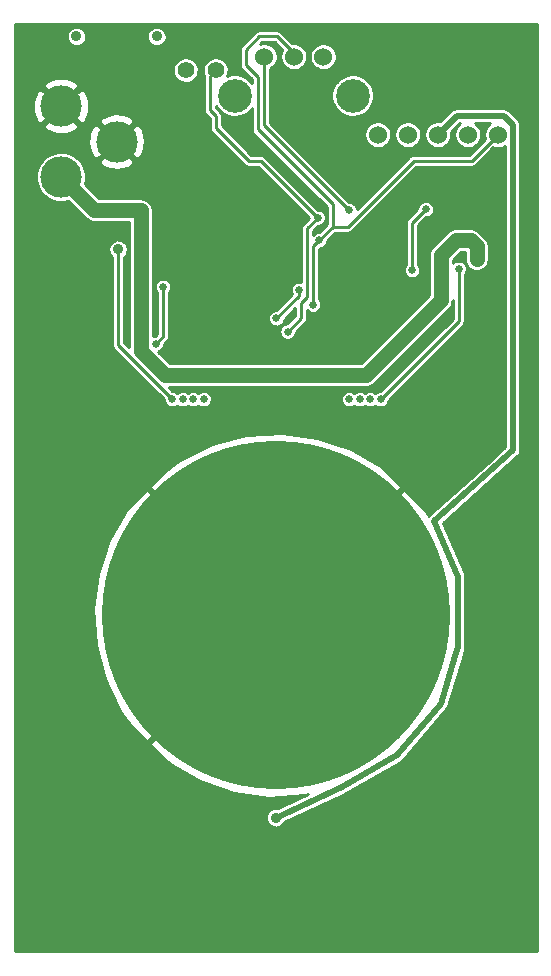
<source format=gbl>
G04 (created by PCBNEW (2013-07-07 BZR 4022)-stable) date 1/16/2014 12:37:25 PM*
%MOIN*%
G04 Gerber Fmt 3.4, Leading zero omitted, Abs format*
%FSLAX34Y34*%
G01*
G70*
G90*
G04 APERTURE LIST*
%ADD10C,0.006*%
%ADD11C,0.06*%
%ADD12C,0.056*%
%ADD13C,0.137795*%
%ADD14C,1.16*%
%ADD15C,0.0354331*%
%ADD16C,0.112*%
%ADD17C,0.4*%
%ADD18C,0.025*%
%ADD19C,0.035*%
%ADD20C,0.05*%
%ADD21C,0.01*%
%ADD22C,0.02*%
G04 APERTURE END LIST*
G54D10*
G54D11*
X17400Y27520D03*
X16400Y27520D03*
X15400Y27520D03*
X14400Y27520D03*
X13400Y27520D03*
X12400Y27520D03*
G54D12*
X7000Y29670D03*
X6000Y29670D03*
G54D13*
X1849Y26108D03*
X1849Y28471D03*
X3700Y27290D03*
G54D14*
X9000Y11500D03*
G54D15*
X2361Y30792D03*
X5038Y30792D03*
G54D11*
X10585Y30120D03*
X9600Y30120D03*
X8615Y30120D03*
G54D16*
X11570Y28820D03*
X7630Y28820D03*
G54D17*
X4000Y2250D03*
X14000Y2250D03*
G54D18*
X15702Y23363D03*
X10400Y24750D03*
X9400Y20950D03*
G54D19*
X9000Y4750D03*
G54D18*
X10250Y21850D03*
X10450Y24000D03*
X11450Y25000D03*
X12150Y18700D03*
X11800Y18700D03*
X12500Y18700D03*
X15100Y23050D03*
X11450Y18700D03*
X6250Y18700D03*
X5900Y18700D03*
G54D19*
X3750Y23700D03*
G54D18*
X6600Y18700D03*
X5550Y18700D03*
X7350Y21600D03*
X7000Y21250D03*
X6650Y21600D03*
X7000Y21900D03*
X12000Y24450D03*
X12000Y23800D03*
X12350Y24150D03*
X11650Y24150D03*
X12690Y17928D03*
X12495Y17553D03*
X12279Y17172D03*
X16428Y11483D03*
X16011Y11486D03*
X15573Y11492D03*
X12699Y5080D03*
X12300Y5803D03*
X12492Y5443D03*
X5289Y5065D03*
X5697Y5785D03*
X5499Y5437D03*
X2009Y11496D03*
X1585Y11496D03*
X2435Y11494D03*
X5304Y17877D03*
X5500Y17560D03*
X5682Y17247D03*
X11577Y25676D03*
X12000Y24140D03*
X9227Y23372D03*
X9025Y20450D03*
X7002Y21580D03*
X9025Y22350D03*
X9850Y25800D03*
G54D19*
X9500Y4250D03*
X8500Y5250D03*
G54D18*
X14002Y25036D03*
X13550Y23000D03*
X5002Y20547D03*
X5250Y22450D03*
X9025Y21400D03*
X9775Y22350D03*
G54D20*
X1849Y26108D02*
X2958Y25000D01*
X15702Y23798D02*
X15702Y23363D01*
X15500Y24000D02*
X15702Y23798D01*
X15000Y24000D02*
X15500Y24000D01*
X14500Y23500D02*
X15000Y24000D01*
X14500Y22000D02*
X14500Y23500D01*
X12000Y19500D02*
X14500Y22000D01*
X5300Y19500D02*
X12000Y19500D01*
X4500Y20300D02*
X5300Y19500D01*
X4500Y25000D02*
X4500Y20300D01*
X2958Y25000D02*
X4500Y25000D01*
G54D21*
X15702Y23363D02*
X15715Y23350D01*
X7000Y27900D02*
X7000Y28150D01*
X6800Y29470D02*
X7000Y29670D01*
X6800Y28350D02*
X6800Y29470D01*
X7000Y28150D02*
X6800Y28350D01*
X8500Y26650D02*
X10400Y24750D01*
X8100Y26650D02*
X8500Y26650D01*
X7000Y27750D02*
X8100Y26650D01*
X7000Y27950D02*
X7000Y27900D01*
X7000Y27900D02*
X7000Y27750D01*
X10050Y24400D02*
X10400Y24750D01*
X10050Y22100D02*
X10050Y24400D01*
X9850Y21900D02*
X10050Y22100D01*
X9850Y21400D02*
X9850Y21900D01*
X9400Y20950D02*
X9850Y21400D01*
G54D22*
X16900Y16994D02*
X16900Y27850D01*
X14295Y14650D02*
X16900Y16994D01*
X15068Y12783D02*
X14295Y14650D01*
X15068Y12783D02*
X15068Y12810D01*
X15030Y28150D02*
X16600Y28150D01*
X16600Y28150D02*
X16900Y27850D01*
X15030Y28150D02*
X14400Y27520D01*
X9000Y4750D02*
X11202Y5774D01*
X15069Y12516D02*
X15068Y12783D01*
X15069Y10443D02*
X15069Y12516D01*
X14992Y10149D02*
X15069Y10443D01*
X14502Y8539D02*
X14992Y10149D01*
X13050Y6838D02*
X14502Y8539D01*
X11202Y5774D02*
X13050Y6838D01*
G54D21*
X8400Y27700D02*
X10900Y25200D01*
X10900Y24450D02*
X11400Y24450D01*
X15530Y26650D02*
X16400Y27520D01*
X13600Y26650D02*
X15530Y26650D01*
X11400Y24450D02*
X13600Y26650D01*
X9600Y30120D02*
X9600Y30250D01*
X10900Y24450D02*
X10450Y24000D01*
X10900Y25200D02*
X10900Y24450D01*
X8400Y29450D02*
X8400Y27700D01*
X8000Y29850D02*
X8400Y29450D01*
X8000Y30350D02*
X8000Y29850D01*
X8450Y30800D02*
X8000Y30350D01*
X9050Y30800D02*
X8450Y30800D01*
X9600Y30250D02*
X9050Y30800D01*
X10250Y21850D02*
X10250Y22300D01*
X10250Y23800D02*
X10250Y22300D01*
X10450Y24000D02*
X10250Y23800D01*
X8615Y27835D02*
X11450Y25000D01*
X8615Y30120D02*
X8615Y27835D01*
X15100Y21300D02*
X12500Y18700D01*
X15100Y23050D02*
X15100Y21300D01*
X3750Y23700D02*
X3750Y20500D01*
X3750Y20500D02*
X5550Y18700D01*
X12000Y24140D02*
X12000Y24150D01*
X13550Y24584D02*
X13550Y23000D01*
X14002Y25036D02*
X13550Y24584D01*
X5250Y22450D02*
X5250Y20795D01*
X5250Y20795D02*
X5002Y20547D01*
X9775Y22150D02*
X9775Y22350D01*
X9025Y21400D02*
X9775Y22150D01*
G54D10*
G36*
X10700Y24532D02*
X10442Y24275D01*
X10424Y24275D01*
X10371Y24265D01*
X10321Y24244D01*
X10276Y24215D01*
X10250Y24189D01*
X10250Y24317D01*
X10407Y24474D01*
X10421Y24474D01*
X10474Y24483D01*
X10524Y24503D01*
X10570Y24532D01*
X10609Y24569D01*
X10640Y24613D01*
X10662Y24662D01*
X10674Y24715D01*
X10675Y24776D01*
X10664Y24829D01*
X10643Y24879D01*
X10614Y24924D01*
X10576Y24962D01*
X10531Y24993D01*
X10481Y25013D01*
X10428Y25024D01*
X10407Y25024D01*
X8641Y26791D01*
X8627Y26803D01*
X8612Y26815D01*
X8612Y26815D01*
X8611Y26816D01*
X8594Y26824D01*
X8578Y26833D01*
X8577Y26834D01*
X8576Y26834D01*
X8559Y26840D01*
X8541Y26845D01*
X8540Y26845D01*
X8539Y26846D01*
X8521Y26847D01*
X8502Y26849D01*
X8500Y26849D01*
X8500Y26849D01*
X8500Y26849D01*
X8500Y26850D01*
X8182Y26850D01*
X7200Y27832D01*
X7200Y27900D01*
X7200Y27950D01*
X7200Y28150D01*
X7198Y28168D01*
X7196Y28186D01*
X7196Y28187D01*
X7196Y28188D01*
X7190Y28206D01*
X7185Y28224D01*
X7185Y28225D01*
X7184Y28226D01*
X7176Y28242D01*
X7167Y28258D01*
X7167Y28259D01*
X7166Y28260D01*
X7154Y28275D01*
X7143Y28289D01*
X7141Y28290D01*
X7141Y28290D01*
X7141Y28290D01*
X7141Y28291D01*
X7000Y28432D01*
X7000Y28486D01*
X7070Y28376D01*
X7167Y28276D01*
X7281Y28197D01*
X7409Y28141D01*
X7545Y28111D01*
X7684Y28108D01*
X7821Y28132D01*
X7951Y28183D01*
X8069Y28257D01*
X8170Y28353D01*
X8200Y28396D01*
X8200Y27700D01*
X8201Y27681D01*
X8203Y27663D01*
X8203Y27662D01*
X8203Y27661D01*
X8209Y27643D01*
X8214Y27625D01*
X8214Y27624D01*
X8215Y27623D01*
X8223Y27607D01*
X8232Y27591D01*
X8232Y27590D01*
X8233Y27589D01*
X8245Y27574D01*
X8256Y27560D01*
X8258Y27559D01*
X8258Y27559D01*
X8258Y27559D01*
X8258Y27558D01*
X10700Y25117D01*
X10700Y24532D01*
X10700Y24532D01*
G37*
G54D21*
X10700Y24532D02*
X10442Y24275D01*
X10424Y24275D01*
X10371Y24265D01*
X10321Y24244D01*
X10276Y24215D01*
X10250Y24189D01*
X10250Y24317D01*
X10407Y24474D01*
X10421Y24474D01*
X10474Y24483D01*
X10524Y24503D01*
X10570Y24532D01*
X10609Y24569D01*
X10640Y24613D01*
X10662Y24662D01*
X10674Y24715D01*
X10675Y24776D01*
X10664Y24829D01*
X10643Y24879D01*
X10614Y24924D01*
X10576Y24962D01*
X10531Y24993D01*
X10481Y25013D01*
X10428Y25024D01*
X10407Y25024D01*
X8641Y26791D01*
X8627Y26803D01*
X8612Y26815D01*
X8612Y26815D01*
X8611Y26816D01*
X8594Y26824D01*
X8578Y26833D01*
X8577Y26834D01*
X8576Y26834D01*
X8559Y26840D01*
X8541Y26845D01*
X8540Y26845D01*
X8539Y26846D01*
X8521Y26847D01*
X8502Y26849D01*
X8500Y26849D01*
X8500Y26849D01*
X8500Y26849D01*
X8500Y26850D01*
X8182Y26850D01*
X7200Y27832D01*
X7200Y27900D01*
X7200Y27950D01*
X7200Y28150D01*
X7198Y28168D01*
X7196Y28186D01*
X7196Y28187D01*
X7196Y28188D01*
X7190Y28206D01*
X7185Y28224D01*
X7185Y28225D01*
X7184Y28226D01*
X7176Y28242D01*
X7167Y28258D01*
X7167Y28259D01*
X7166Y28260D01*
X7154Y28275D01*
X7143Y28289D01*
X7141Y28290D01*
X7141Y28290D01*
X7141Y28290D01*
X7141Y28291D01*
X7000Y28432D01*
X7000Y28486D01*
X7070Y28376D01*
X7167Y28276D01*
X7281Y28197D01*
X7409Y28141D01*
X7545Y28111D01*
X7684Y28108D01*
X7821Y28132D01*
X7951Y28183D01*
X8069Y28257D01*
X8170Y28353D01*
X8200Y28396D01*
X8200Y27700D01*
X8201Y27681D01*
X8203Y27663D01*
X8203Y27662D01*
X8203Y27661D01*
X8209Y27643D01*
X8214Y27625D01*
X8214Y27624D01*
X8215Y27623D01*
X8223Y27607D01*
X8232Y27591D01*
X8232Y27590D01*
X8233Y27589D01*
X8245Y27574D01*
X8256Y27560D01*
X8258Y27559D01*
X8258Y27559D01*
X8258Y27559D01*
X8258Y27558D01*
X10700Y25117D01*
X10700Y24532D01*
G54D10*
G36*
X17700Y300D02*
X17150Y300D01*
X17150Y16994D01*
X17150Y27850D01*
X17147Y27873D01*
X17145Y27895D01*
X17145Y27897D01*
X17145Y27898D01*
X17138Y27920D01*
X17132Y27942D01*
X17131Y27944D01*
X17131Y27945D01*
X17120Y27965D01*
X17109Y27986D01*
X17108Y27987D01*
X17108Y27988D01*
X17093Y28006D01*
X17079Y28024D01*
X17077Y28026D01*
X17077Y28026D01*
X17077Y28026D01*
X17076Y28026D01*
X16776Y28326D01*
X16758Y28341D01*
X16741Y28356D01*
X16740Y28356D01*
X16739Y28357D01*
X16718Y28368D01*
X16698Y28379D01*
X16697Y28380D01*
X16696Y28380D01*
X16673Y28387D01*
X16651Y28394D01*
X16650Y28394D01*
X16649Y28395D01*
X16626Y28397D01*
X16603Y28399D01*
X16600Y28399D01*
X16600Y28399D01*
X16600Y28399D01*
X16600Y28400D01*
X15030Y28400D01*
X15006Y28397D01*
X14984Y28395D01*
X14982Y28395D01*
X14981Y28395D01*
X14959Y28388D01*
X14937Y28382D01*
X14935Y28381D01*
X14934Y28381D01*
X14914Y28370D01*
X14893Y28359D01*
X14892Y28358D01*
X14891Y28358D01*
X14873Y28343D01*
X14855Y28329D01*
X14853Y28327D01*
X14853Y28327D01*
X14853Y28327D01*
X14853Y28326D01*
X14487Y27961D01*
X14447Y27969D01*
X14359Y27970D01*
X14272Y27953D01*
X14190Y27920D01*
X14116Y27872D01*
X14053Y27810D01*
X14003Y27737D01*
X13968Y27656D01*
X13950Y27570D01*
X13949Y27482D01*
X13965Y27395D01*
X13997Y27313D01*
X14045Y27239D01*
X14106Y27175D01*
X14179Y27125D01*
X14260Y27089D01*
X14346Y27071D01*
X14434Y27069D01*
X14521Y27084D01*
X14603Y27116D01*
X14678Y27163D01*
X14742Y27224D01*
X14793Y27296D01*
X14829Y27377D01*
X14848Y27463D01*
X14850Y27564D01*
X14841Y27607D01*
X15133Y27900D01*
X15158Y27900D01*
X15116Y27872D01*
X15053Y27810D01*
X15003Y27737D01*
X14968Y27656D01*
X14950Y27570D01*
X14949Y27482D01*
X14965Y27395D01*
X14997Y27313D01*
X15045Y27239D01*
X15106Y27175D01*
X15179Y27125D01*
X15260Y27089D01*
X15346Y27071D01*
X15434Y27069D01*
X15521Y27084D01*
X15603Y27116D01*
X15678Y27163D01*
X15742Y27224D01*
X15793Y27296D01*
X15829Y27377D01*
X15848Y27463D01*
X15850Y27564D01*
X15832Y27650D01*
X15799Y27732D01*
X15750Y27805D01*
X15688Y27868D01*
X15641Y27900D01*
X16158Y27900D01*
X16116Y27872D01*
X16053Y27810D01*
X16003Y27737D01*
X15968Y27656D01*
X15950Y27570D01*
X15949Y27482D01*
X15965Y27395D01*
X15973Y27375D01*
X15447Y26850D01*
X13850Y26850D01*
X13850Y27564D01*
X13832Y27650D01*
X13799Y27732D01*
X13750Y27805D01*
X13688Y27868D01*
X13615Y27917D01*
X13533Y27951D01*
X13447Y27969D01*
X13359Y27970D01*
X13272Y27953D01*
X13190Y27920D01*
X13116Y27872D01*
X13053Y27810D01*
X13003Y27737D01*
X12968Y27656D01*
X12950Y27570D01*
X12949Y27482D01*
X12965Y27395D01*
X12997Y27313D01*
X13045Y27239D01*
X13106Y27175D01*
X13179Y27125D01*
X13260Y27089D01*
X13346Y27071D01*
X13434Y27069D01*
X13521Y27084D01*
X13603Y27116D01*
X13678Y27163D01*
X13742Y27224D01*
X13793Y27296D01*
X13829Y27377D01*
X13848Y27463D01*
X13850Y27564D01*
X13850Y26850D01*
X13600Y26850D01*
X13581Y26848D01*
X13563Y26846D01*
X13562Y26846D01*
X13561Y26846D01*
X13543Y26840D01*
X13525Y26835D01*
X13524Y26835D01*
X13523Y26834D01*
X13507Y26826D01*
X13491Y26817D01*
X13490Y26817D01*
X13489Y26816D01*
X13474Y26804D01*
X13460Y26793D01*
X13459Y26791D01*
X13459Y26791D01*
X13459Y26791D01*
X13458Y26791D01*
X12850Y26182D01*
X12850Y27564D01*
X12832Y27650D01*
X12799Y27732D01*
X12750Y27805D01*
X12688Y27868D01*
X12615Y27917D01*
X12533Y27951D01*
X12447Y27969D01*
X12359Y27970D01*
X12280Y27955D01*
X12280Y28889D01*
X12252Y29026D01*
X12199Y29154D01*
X12122Y29270D01*
X12024Y29369D01*
X11909Y29447D01*
X11780Y29501D01*
X11644Y29529D01*
X11505Y29530D01*
X11368Y29504D01*
X11239Y29452D01*
X11122Y29376D01*
X11035Y29289D01*
X11035Y30164D01*
X11017Y30250D01*
X10984Y30332D01*
X10935Y30405D01*
X10873Y30468D01*
X10800Y30517D01*
X10718Y30551D01*
X10632Y30569D01*
X10544Y30570D01*
X10457Y30553D01*
X10375Y30520D01*
X10301Y30472D01*
X10238Y30410D01*
X10188Y30337D01*
X10153Y30256D01*
X10135Y30170D01*
X10134Y30082D01*
X10150Y29995D01*
X10182Y29913D01*
X10230Y29839D01*
X10291Y29775D01*
X10364Y29725D01*
X10445Y29689D01*
X10531Y29671D01*
X10619Y29669D01*
X10706Y29684D01*
X10788Y29716D01*
X10863Y29763D01*
X10927Y29824D01*
X10978Y29896D01*
X11014Y29977D01*
X11033Y30063D01*
X11035Y30164D01*
X11035Y29289D01*
X11023Y29278D01*
X10944Y29163D01*
X10889Y29035D01*
X10861Y28899D01*
X10859Y28760D01*
X10884Y28623D01*
X10935Y28493D01*
X11010Y28376D01*
X11107Y28276D01*
X11221Y28197D01*
X11349Y28141D01*
X11485Y28111D01*
X11624Y28108D01*
X11761Y28132D01*
X11891Y28183D01*
X12009Y28257D01*
X12110Y28353D01*
X12190Y28467D01*
X12246Y28594D01*
X12277Y28730D01*
X12280Y28889D01*
X12280Y27955D01*
X12272Y27953D01*
X12190Y27920D01*
X12116Y27872D01*
X12053Y27810D01*
X12003Y27737D01*
X11968Y27656D01*
X11950Y27570D01*
X11949Y27482D01*
X11965Y27395D01*
X11997Y27313D01*
X12045Y27239D01*
X12106Y27175D01*
X12179Y27125D01*
X12260Y27089D01*
X12346Y27071D01*
X12434Y27069D01*
X12521Y27084D01*
X12603Y27116D01*
X12678Y27163D01*
X12742Y27224D01*
X12793Y27296D01*
X12829Y27377D01*
X12848Y27463D01*
X12850Y27564D01*
X12850Y26182D01*
X11719Y25052D01*
X11714Y25079D01*
X11693Y25129D01*
X11664Y25174D01*
X11626Y25212D01*
X11581Y25243D01*
X11531Y25263D01*
X11478Y25274D01*
X11457Y25274D01*
X8815Y27917D01*
X8815Y29714D01*
X8818Y29716D01*
X8893Y29763D01*
X8957Y29824D01*
X9008Y29896D01*
X9044Y29977D01*
X9063Y30063D01*
X9065Y30164D01*
X9047Y30250D01*
X9014Y30332D01*
X8965Y30405D01*
X8903Y30468D01*
X8830Y30517D01*
X8748Y30551D01*
X8662Y30569D01*
X8574Y30570D01*
X8487Y30553D01*
X8486Y30553D01*
X8532Y30600D01*
X8967Y30600D01*
X9214Y30353D01*
X9203Y30337D01*
X9168Y30256D01*
X9150Y30170D01*
X9149Y30082D01*
X9165Y29995D01*
X9197Y29913D01*
X9245Y29839D01*
X9306Y29775D01*
X9379Y29725D01*
X9460Y29689D01*
X9546Y29671D01*
X9634Y29669D01*
X9721Y29684D01*
X9803Y29716D01*
X9878Y29763D01*
X9942Y29824D01*
X9993Y29896D01*
X10029Y29977D01*
X10048Y30063D01*
X10050Y30164D01*
X10032Y30250D01*
X9999Y30332D01*
X9950Y30405D01*
X9888Y30468D01*
X9815Y30517D01*
X9733Y30551D01*
X9647Y30569D01*
X9562Y30570D01*
X9191Y30941D01*
X9177Y30953D01*
X9162Y30965D01*
X9162Y30965D01*
X9161Y30966D01*
X9144Y30974D01*
X9128Y30983D01*
X9127Y30984D01*
X9126Y30984D01*
X9109Y30990D01*
X9091Y30995D01*
X9090Y30995D01*
X9089Y30996D01*
X9071Y30997D01*
X9052Y30999D01*
X9050Y30999D01*
X9050Y30999D01*
X9050Y30999D01*
X9050Y31000D01*
X8450Y31000D01*
X8431Y30998D01*
X8413Y30996D01*
X8412Y30996D01*
X8411Y30996D01*
X8393Y30990D01*
X8375Y30985D01*
X8374Y30985D01*
X8373Y30984D01*
X8357Y30976D01*
X8341Y30967D01*
X8340Y30967D01*
X8339Y30966D01*
X8324Y30954D01*
X8310Y30943D01*
X8309Y30941D01*
X8309Y30941D01*
X8309Y30941D01*
X8308Y30941D01*
X7858Y30491D01*
X7846Y30477D01*
X7834Y30462D01*
X7834Y30462D01*
X7833Y30461D01*
X7825Y30444D01*
X7816Y30428D01*
X7815Y30427D01*
X7815Y30426D01*
X7809Y30409D01*
X7804Y30391D01*
X7804Y30390D01*
X7803Y30389D01*
X7802Y30371D01*
X7800Y30352D01*
X7800Y30350D01*
X7800Y30350D01*
X7800Y30350D01*
X7800Y30350D01*
X7800Y29850D01*
X7801Y29831D01*
X7803Y29813D01*
X7803Y29812D01*
X7803Y29811D01*
X7809Y29793D01*
X7814Y29775D01*
X7814Y29774D01*
X7815Y29773D01*
X7823Y29757D01*
X7832Y29741D01*
X7832Y29740D01*
X7833Y29739D01*
X7845Y29724D01*
X7856Y29710D01*
X7858Y29709D01*
X7858Y29709D01*
X7858Y29709D01*
X7858Y29708D01*
X8200Y29367D01*
X8200Y29245D01*
X8182Y29270D01*
X8084Y29369D01*
X7969Y29447D01*
X7840Y29501D01*
X7704Y29529D01*
X7565Y29530D01*
X7428Y29504D01*
X7390Y29488D01*
X7409Y29533D01*
X7428Y29615D01*
X7430Y29712D01*
X7413Y29794D01*
X7381Y29872D01*
X7334Y29943D01*
X7275Y30002D01*
X7205Y30050D01*
X7127Y30082D01*
X7045Y30099D01*
X6960Y30100D01*
X6878Y30084D01*
X6799Y30052D01*
X6729Y30006D01*
X6669Y29947D01*
X6621Y29878D01*
X6588Y29800D01*
X6570Y29718D01*
X6569Y29633D01*
X6584Y29550D01*
X6603Y29503D01*
X6602Y29491D01*
X6600Y29472D01*
X6600Y29470D01*
X6600Y29470D01*
X6600Y29470D01*
X6600Y29470D01*
X6600Y28350D01*
X6601Y28331D01*
X6603Y28313D01*
X6603Y28312D01*
X6603Y28311D01*
X6609Y28293D01*
X6614Y28275D01*
X6614Y28274D01*
X6615Y28273D01*
X6623Y28257D01*
X6632Y28241D01*
X6632Y28240D01*
X6633Y28239D01*
X6645Y28224D01*
X6656Y28210D01*
X6658Y28209D01*
X6658Y28209D01*
X6658Y28209D01*
X6658Y28208D01*
X6800Y28067D01*
X6800Y27950D01*
X6800Y27900D01*
X6800Y27750D01*
X6801Y27731D01*
X6803Y27713D01*
X6803Y27712D01*
X6803Y27711D01*
X6809Y27693D01*
X6814Y27675D01*
X6814Y27674D01*
X6815Y27673D01*
X6823Y27657D01*
X6832Y27641D01*
X6832Y27640D01*
X6833Y27639D01*
X6845Y27624D01*
X6856Y27610D01*
X6858Y27609D01*
X6858Y27609D01*
X6858Y27609D01*
X6858Y27608D01*
X7958Y26508D01*
X7972Y26496D01*
X7987Y26484D01*
X7987Y26484D01*
X7988Y26483D01*
X8004Y26475D01*
X8021Y26466D01*
X8022Y26465D01*
X8023Y26465D01*
X8040Y26459D01*
X8058Y26454D01*
X8059Y26454D01*
X8060Y26453D01*
X8078Y26452D01*
X8097Y26450D01*
X8099Y26450D01*
X8099Y26450D01*
X8099Y26450D01*
X8100Y26450D01*
X8417Y26450D01*
X10117Y24750D01*
X9908Y24541D01*
X9896Y24527D01*
X9884Y24512D01*
X9884Y24512D01*
X9883Y24511D01*
X9875Y24494D01*
X9866Y24478D01*
X9865Y24477D01*
X9865Y24476D01*
X9859Y24459D01*
X9854Y24441D01*
X9854Y24440D01*
X9853Y24439D01*
X9852Y24421D01*
X9850Y24402D01*
X9850Y24400D01*
X9850Y24400D01*
X9850Y24400D01*
X9850Y24400D01*
X9850Y22615D01*
X9803Y22624D01*
X9749Y22625D01*
X9696Y22615D01*
X9646Y22594D01*
X9601Y22565D01*
X9563Y22527D01*
X9532Y22483D01*
X9511Y22433D01*
X9500Y22380D01*
X9499Y22326D01*
X9509Y22273D01*
X9529Y22223D01*
X9543Y22201D01*
X9017Y21675D01*
X8999Y21675D01*
X8946Y21665D01*
X8896Y21644D01*
X8851Y21615D01*
X8813Y21577D01*
X8782Y21533D01*
X8761Y21483D01*
X8750Y21430D01*
X8749Y21376D01*
X8759Y21323D01*
X8779Y21273D01*
X8808Y21228D01*
X8845Y21189D01*
X8890Y21158D01*
X8939Y21137D01*
X8992Y21125D01*
X9046Y21124D01*
X9099Y21133D01*
X9149Y21153D01*
X9195Y21182D01*
X9234Y21219D01*
X9265Y21263D01*
X9287Y21312D01*
X9299Y21365D01*
X9299Y21391D01*
X9650Y21742D01*
X9650Y21482D01*
X9392Y21225D01*
X9374Y21225D01*
X9321Y21215D01*
X9271Y21194D01*
X9226Y21165D01*
X9188Y21127D01*
X9157Y21083D01*
X9136Y21033D01*
X9125Y20980D01*
X9124Y20926D01*
X9134Y20873D01*
X9154Y20823D01*
X9183Y20778D01*
X9220Y20739D01*
X9265Y20708D01*
X9314Y20687D01*
X9367Y20675D01*
X9421Y20674D01*
X9474Y20683D01*
X9524Y20703D01*
X9570Y20732D01*
X9609Y20769D01*
X9640Y20813D01*
X9662Y20862D01*
X9674Y20915D01*
X9674Y20941D01*
X9991Y21258D01*
X10003Y21272D01*
X10015Y21287D01*
X10015Y21287D01*
X10016Y21288D01*
X10024Y21305D01*
X10033Y21321D01*
X10034Y21322D01*
X10034Y21323D01*
X10040Y21340D01*
X10045Y21358D01*
X10045Y21359D01*
X10046Y21360D01*
X10047Y21378D01*
X10049Y21397D01*
X10049Y21399D01*
X10049Y21399D01*
X10049Y21399D01*
X10050Y21400D01*
X10050Y21661D01*
X10070Y21639D01*
X10115Y21608D01*
X10164Y21587D01*
X10217Y21575D01*
X10271Y21574D01*
X10324Y21583D01*
X10374Y21603D01*
X10420Y21632D01*
X10459Y21669D01*
X10490Y21713D01*
X10512Y21762D01*
X10524Y21815D01*
X10525Y21876D01*
X10514Y21929D01*
X10493Y21979D01*
X10464Y22024D01*
X10450Y22038D01*
X10450Y22300D01*
X10450Y23717D01*
X10457Y23724D01*
X10471Y23724D01*
X10524Y23733D01*
X10574Y23753D01*
X10620Y23782D01*
X10659Y23819D01*
X10690Y23863D01*
X10712Y23912D01*
X10724Y23965D01*
X10724Y23991D01*
X10982Y24250D01*
X11400Y24250D01*
X11418Y24251D01*
X11436Y24253D01*
X11437Y24253D01*
X11438Y24253D01*
X11456Y24259D01*
X11474Y24264D01*
X11475Y24264D01*
X11476Y24265D01*
X11492Y24273D01*
X11508Y24282D01*
X11509Y24282D01*
X11510Y24283D01*
X11525Y24295D01*
X11539Y24306D01*
X11540Y24308D01*
X11540Y24308D01*
X11540Y24308D01*
X11541Y24308D01*
X13682Y26450D01*
X15530Y26450D01*
X15548Y26451D01*
X15566Y26453D01*
X15567Y26453D01*
X15568Y26453D01*
X15586Y26459D01*
X15604Y26464D01*
X15605Y26464D01*
X15606Y26465D01*
X15622Y26473D01*
X15638Y26482D01*
X15639Y26482D01*
X15640Y26483D01*
X15655Y26495D01*
X15669Y26506D01*
X15670Y26508D01*
X15670Y26508D01*
X15670Y26508D01*
X15671Y26508D01*
X16255Y27092D01*
X16260Y27089D01*
X16346Y27071D01*
X16434Y27069D01*
X16521Y27084D01*
X16603Y27116D01*
X16650Y27145D01*
X16650Y17106D01*
X16102Y16613D01*
X16102Y23363D01*
X16102Y23798D01*
X16098Y23834D01*
X16095Y23871D01*
X16094Y23873D01*
X16094Y23875D01*
X16083Y23911D01*
X16073Y23946D01*
X16072Y23948D01*
X16071Y23950D01*
X16054Y23983D01*
X16037Y24015D01*
X16036Y24017D01*
X16035Y24019D01*
X16011Y24047D01*
X15988Y24076D01*
X15985Y24079D01*
X15985Y24079D01*
X15985Y24079D01*
X15984Y24080D01*
X15782Y24282D01*
X15754Y24306D01*
X15725Y24330D01*
X15724Y24331D01*
X15722Y24332D01*
X15689Y24349D01*
X15657Y24367D01*
X15655Y24368D01*
X15653Y24369D01*
X15618Y24380D01*
X15583Y24391D01*
X15581Y24391D01*
X15579Y24392D01*
X15542Y24395D01*
X15505Y24399D01*
X15501Y24399D01*
X15501Y24399D01*
X15501Y24399D01*
X15500Y24400D01*
X15000Y24400D01*
X14963Y24396D01*
X14926Y24393D01*
X14924Y24392D01*
X14922Y24392D01*
X14886Y24381D01*
X14851Y24371D01*
X14849Y24370D01*
X14847Y24369D01*
X14814Y24352D01*
X14782Y24335D01*
X14780Y24334D01*
X14778Y24333D01*
X14750Y24309D01*
X14721Y24286D01*
X14718Y24283D01*
X14718Y24283D01*
X14718Y24283D01*
X14717Y24282D01*
X14277Y23842D01*
X14277Y25062D01*
X14266Y25115D01*
X14245Y25165D01*
X14216Y25210D01*
X14178Y25248D01*
X14133Y25279D01*
X14083Y25299D01*
X14030Y25310D01*
X13976Y25311D01*
X13923Y25301D01*
X13873Y25280D01*
X13828Y25251D01*
X13790Y25213D01*
X13759Y25169D01*
X13738Y25119D01*
X13727Y25066D01*
X13727Y25043D01*
X13408Y24725D01*
X13396Y24711D01*
X13384Y24696D01*
X13384Y24696D01*
X13383Y24695D01*
X13375Y24678D01*
X13366Y24662D01*
X13365Y24661D01*
X13365Y24660D01*
X13359Y24643D01*
X13354Y24625D01*
X13354Y24624D01*
X13353Y24623D01*
X13352Y24605D01*
X13350Y24586D01*
X13350Y24584D01*
X13350Y24584D01*
X13350Y24584D01*
X13350Y24584D01*
X13350Y23189D01*
X13338Y23177D01*
X13307Y23133D01*
X13286Y23083D01*
X13275Y23030D01*
X13274Y22976D01*
X13284Y22923D01*
X13304Y22873D01*
X13333Y22828D01*
X13370Y22789D01*
X13415Y22758D01*
X13464Y22737D01*
X13517Y22725D01*
X13571Y22724D01*
X13624Y22733D01*
X13674Y22753D01*
X13720Y22782D01*
X13759Y22819D01*
X13790Y22863D01*
X13812Y22912D01*
X13824Y22965D01*
X13825Y23026D01*
X13814Y23079D01*
X13793Y23129D01*
X13764Y23174D01*
X13750Y23188D01*
X13750Y24501D01*
X14009Y24760D01*
X14023Y24760D01*
X14076Y24769D01*
X14126Y24789D01*
X14172Y24818D01*
X14211Y24855D01*
X14242Y24899D01*
X14264Y24948D01*
X14276Y25001D01*
X14277Y25062D01*
X14277Y23842D01*
X14217Y23782D01*
X14193Y23754D01*
X14169Y23725D01*
X14168Y23724D01*
X14167Y23722D01*
X14150Y23689D01*
X14132Y23657D01*
X14131Y23655D01*
X14130Y23653D01*
X14119Y23618D01*
X14108Y23583D01*
X14108Y23581D01*
X14107Y23579D01*
X14104Y23542D01*
X14100Y23505D01*
X14100Y23501D01*
X14100Y23501D01*
X14100Y23501D01*
X14100Y23500D01*
X14100Y22165D01*
X11834Y19900D01*
X6430Y19900D01*
X6430Y29712D01*
X6413Y29794D01*
X6381Y29872D01*
X6334Y29943D01*
X6275Y30002D01*
X6205Y30050D01*
X6127Y30082D01*
X6045Y30099D01*
X5960Y30100D01*
X5878Y30084D01*
X5799Y30052D01*
X5729Y30006D01*
X5669Y29947D01*
X5621Y29878D01*
X5588Y29800D01*
X5570Y29718D01*
X5569Y29633D01*
X5584Y29550D01*
X5615Y29472D01*
X5661Y29401D01*
X5719Y29340D01*
X5789Y29292D01*
X5866Y29259D01*
X5948Y29240D01*
X6033Y29239D01*
X6116Y29253D01*
X6194Y29284D01*
X6266Y29329D01*
X6327Y29387D01*
X6375Y29456D01*
X6409Y29533D01*
X6428Y29615D01*
X6430Y29712D01*
X6430Y19900D01*
X5465Y19900D01*
X5082Y20283D01*
X5126Y20300D01*
X5172Y20329D01*
X5211Y20366D01*
X5242Y20410D01*
X5264Y20459D01*
X5276Y20512D01*
X5276Y20538D01*
X5391Y20653D01*
X5403Y20667D01*
X5415Y20682D01*
X5415Y20682D01*
X5416Y20683D01*
X5424Y20700D01*
X5433Y20716D01*
X5434Y20717D01*
X5434Y20718D01*
X5440Y20735D01*
X5445Y20753D01*
X5445Y20754D01*
X5446Y20755D01*
X5447Y20773D01*
X5449Y20792D01*
X5449Y20794D01*
X5449Y20794D01*
X5449Y20794D01*
X5450Y20795D01*
X5450Y22260D01*
X5459Y22269D01*
X5490Y22313D01*
X5512Y22362D01*
X5524Y22415D01*
X5525Y22476D01*
X5514Y22529D01*
X5493Y22579D01*
X5464Y22624D01*
X5426Y22662D01*
X5381Y22693D01*
X5365Y22699D01*
X5365Y30824D01*
X5353Y30887D01*
X5328Y30947D01*
X5293Y31000D01*
X5248Y31045D01*
X5194Y31081D01*
X5135Y31106D01*
X5072Y31119D01*
X5008Y31120D01*
X4945Y31108D01*
X4886Y31084D01*
X4832Y31048D01*
X4786Y31003D01*
X4750Y30951D01*
X4725Y30892D01*
X4711Y30829D01*
X4710Y30765D01*
X4722Y30702D01*
X4746Y30642D01*
X4780Y30588D01*
X4825Y30542D01*
X4878Y30505D01*
X4936Y30480D01*
X4999Y30466D01*
X5063Y30464D01*
X5126Y30476D01*
X5186Y30499D01*
X5240Y30533D01*
X5287Y30577D01*
X5324Y30630D01*
X5350Y30688D01*
X5364Y30751D01*
X5365Y30824D01*
X5365Y22699D01*
X5331Y22713D01*
X5278Y22724D01*
X5224Y22725D01*
X5171Y22715D01*
X5121Y22694D01*
X5076Y22665D01*
X5038Y22627D01*
X5007Y22583D01*
X4986Y22533D01*
X4975Y22480D01*
X4974Y22426D01*
X4984Y22373D01*
X5004Y22323D01*
X5033Y22278D01*
X5050Y22261D01*
X5050Y20877D01*
X4994Y20822D01*
X4976Y20822D01*
X4923Y20812D01*
X4900Y20802D01*
X4900Y25000D01*
X4896Y25037D01*
X4892Y25074D01*
X4892Y25076D01*
X4892Y25077D01*
X4881Y25113D01*
X4870Y25149D01*
X4870Y25151D01*
X4869Y25152D01*
X4852Y25185D01*
X4834Y25219D01*
X4833Y25220D01*
X4833Y25221D01*
X4809Y25250D01*
X4785Y25279D01*
X4784Y25280D01*
X4783Y25281D01*
X4754Y25305D01*
X4725Y25330D01*
X4724Y25330D01*
X4723Y25331D01*
X4690Y25349D01*
X4657Y25367D01*
X4656Y25368D01*
X4655Y25368D01*
X4643Y25372D01*
X4643Y27300D01*
X4623Y27483D01*
X4568Y27659D01*
X4491Y27803D01*
X4357Y27876D01*
X4286Y27805D01*
X4286Y27947D01*
X4213Y28081D01*
X4049Y28166D01*
X3872Y28217D01*
X3689Y28233D01*
X3506Y28213D01*
X3330Y28158D01*
X3186Y28081D01*
X3113Y27947D01*
X3700Y27360D01*
X4286Y27947D01*
X4286Y27805D01*
X3770Y27290D01*
X4357Y26703D01*
X4491Y26776D01*
X4576Y26940D01*
X4627Y27117D01*
X4643Y27300D01*
X4643Y25372D01*
X4619Y25379D01*
X4583Y25391D01*
X4581Y25391D01*
X4580Y25391D01*
X4543Y25395D01*
X4505Y25399D01*
X4502Y25399D01*
X4502Y25399D01*
X4502Y25399D01*
X4500Y25400D01*
X4286Y25400D01*
X4286Y26632D01*
X3700Y27219D01*
X3629Y27148D01*
X3629Y27290D01*
X3042Y27876D01*
X2908Y27803D01*
X2823Y27639D01*
X2793Y27534D01*
X2793Y28481D01*
X2773Y28664D01*
X2717Y28840D01*
X2688Y28895D01*
X2688Y30824D01*
X2676Y30887D01*
X2651Y30947D01*
X2616Y31000D01*
X2570Y31045D01*
X2517Y31081D01*
X2458Y31106D01*
X2395Y31119D01*
X2331Y31120D01*
X2268Y31108D01*
X2209Y31084D01*
X2155Y31048D01*
X2109Y31003D01*
X2073Y30951D01*
X2048Y30892D01*
X2034Y30829D01*
X2033Y30765D01*
X2045Y30702D01*
X2069Y30642D01*
X2103Y30588D01*
X2148Y30542D01*
X2201Y30505D01*
X2259Y30480D01*
X2322Y30466D01*
X2386Y30464D01*
X2449Y30476D01*
X2509Y30499D01*
X2563Y30533D01*
X2610Y30577D01*
X2647Y30630D01*
X2673Y30688D01*
X2687Y30751D01*
X2688Y30824D01*
X2688Y28895D01*
X2641Y28984D01*
X2506Y29057D01*
X2436Y28987D01*
X2436Y29128D01*
X2362Y29262D01*
X2199Y29347D01*
X2022Y29398D01*
X1839Y29414D01*
X1656Y29394D01*
X1480Y29339D01*
X1336Y29262D01*
X1262Y29128D01*
X1849Y28541D01*
X2436Y29128D01*
X2436Y28987D01*
X1920Y28471D01*
X2506Y27884D01*
X2641Y27957D01*
X2725Y28121D01*
X2777Y28298D01*
X2793Y28481D01*
X2793Y27534D01*
X2772Y27462D01*
X2756Y27279D01*
X2776Y27096D01*
X2831Y26920D01*
X2908Y26776D01*
X3042Y26703D01*
X3629Y27290D01*
X3629Y27148D01*
X3113Y26632D01*
X3186Y26498D01*
X3350Y26413D01*
X3527Y26362D01*
X3710Y26346D01*
X3893Y26366D01*
X4069Y26421D01*
X4213Y26498D01*
X4286Y26632D01*
X4286Y25400D01*
X3124Y25400D01*
X2655Y25868D01*
X2685Y26003D01*
X2688Y26191D01*
X2656Y26352D01*
X2593Y26504D01*
X2502Y26641D01*
X2436Y26708D01*
X2436Y27813D01*
X1849Y28400D01*
X1778Y28329D01*
X1778Y28471D01*
X1192Y29057D01*
X1057Y28984D01*
X973Y28820D01*
X922Y28644D01*
X906Y28460D01*
X926Y28277D01*
X981Y28101D01*
X1057Y27957D01*
X1192Y27884D01*
X1778Y28471D01*
X1778Y28329D01*
X1262Y27813D01*
X1336Y27679D01*
X1499Y27594D01*
X1676Y27543D01*
X1860Y27527D01*
X2043Y27547D01*
X2218Y27602D01*
X2362Y27679D01*
X2436Y27813D01*
X2436Y26708D01*
X2386Y26758D01*
X2250Y26850D01*
X2098Y26914D01*
X1937Y26947D01*
X1773Y26948D01*
X1611Y26917D01*
X1459Y26855D01*
X1321Y26765D01*
X1203Y26650D01*
X1110Y26515D01*
X1046Y26363D01*
X1011Y26202D01*
X1009Y26038D01*
X1039Y25876D01*
X1099Y25723D01*
X1188Y25585D01*
X1303Y25466D01*
X1438Y25372D01*
X1589Y25307D01*
X1749Y25271D01*
X1914Y25268D01*
X2076Y25296D01*
X2090Y25302D01*
X2675Y24717D01*
X2704Y24693D01*
X2732Y24669D01*
X2734Y24668D01*
X2735Y24667D01*
X2768Y24650D01*
X2800Y24632D01*
X2802Y24631D01*
X2804Y24630D01*
X2840Y24619D01*
X2875Y24608D01*
X2877Y24608D01*
X2879Y24607D01*
X2916Y24604D01*
X2952Y24600D01*
X2957Y24600D01*
X2957Y24600D01*
X2957Y24600D01*
X2958Y24600D01*
X4100Y24600D01*
X4100Y20432D01*
X3950Y20582D01*
X3950Y23441D01*
X3951Y23442D01*
X3997Y23486D01*
X4033Y23538D01*
X4059Y23596D01*
X4073Y23659D01*
X4075Y23731D01*
X4062Y23794D01*
X4038Y23853D01*
X4003Y23906D01*
X3958Y23951D01*
X3905Y23987D01*
X3846Y24011D01*
X3784Y24024D01*
X3720Y24025D01*
X3657Y24013D01*
X3598Y23989D01*
X3545Y23954D01*
X3499Y23909D01*
X3463Y23857D01*
X3438Y23798D01*
X3425Y23736D01*
X3424Y23672D01*
X3436Y23609D01*
X3459Y23550D01*
X3494Y23497D01*
X3538Y23451D01*
X3550Y23443D01*
X3550Y20500D01*
X3551Y20481D01*
X3553Y20463D01*
X3553Y20462D01*
X3553Y20461D01*
X3559Y20443D01*
X3564Y20425D01*
X3564Y20424D01*
X3565Y20423D01*
X3573Y20407D01*
X3582Y20391D01*
X3582Y20390D01*
X3583Y20389D01*
X3595Y20374D01*
X3606Y20360D01*
X3608Y20359D01*
X3608Y20359D01*
X3608Y20359D01*
X3608Y20358D01*
X5274Y18692D01*
X5274Y18676D01*
X5284Y18623D01*
X5304Y18573D01*
X5333Y18528D01*
X5370Y18489D01*
X5415Y18458D01*
X5464Y18437D01*
X5517Y18425D01*
X5571Y18424D01*
X5624Y18433D01*
X5674Y18453D01*
X5720Y18482D01*
X5724Y18486D01*
X5765Y18458D01*
X5814Y18437D01*
X5867Y18425D01*
X5921Y18424D01*
X5974Y18433D01*
X6024Y18453D01*
X6070Y18482D01*
X6074Y18486D01*
X6115Y18458D01*
X6164Y18437D01*
X6217Y18425D01*
X6271Y18424D01*
X6324Y18433D01*
X6374Y18453D01*
X6420Y18482D01*
X6424Y18486D01*
X6465Y18458D01*
X6514Y18437D01*
X6567Y18425D01*
X6621Y18424D01*
X6674Y18433D01*
X6724Y18453D01*
X6770Y18482D01*
X6809Y18519D01*
X6840Y18563D01*
X6862Y18612D01*
X6874Y18665D01*
X6875Y18726D01*
X6864Y18779D01*
X6843Y18829D01*
X6814Y18874D01*
X6776Y18912D01*
X6731Y18943D01*
X6681Y18963D01*
X6628Y18974D01*
X6574Y18975D01*
X6521Y18965D01*
X6471Y18944D01*
X6426Y18915D01*
X6425Y18913D01*
X6381Y18943D01*
X6331Y18963D01*
X6278Y18974D01*
X6224Y18975D01*
X6171Y18965D01*
X6121Y18944D01*
X6076Y18915D01*
X6075Y18913D01*
X6031Y18943D01*
X5981Y18963D01*
X5928Y18974D01*
X5874Y18975D01*
X5821Y18965D01*
X5771Y18944D01*
X5726Y18915D01*
X5725Y18913D01*
X5681Y18943D01*
X5631Y18963D01*
X5578Y18974D01*
X5557Y18974D01*
X5432Y19100D01*
X12000Y19100D01*
X12036Y19103D01*
X12073Y19106D01*
X12075Y19107D01*
X12077Y19107D01*
X12113Y19118D01*
X12148Y19128D01*
X12150Y19129D01*
X12152Y19130D01*
X12185Y19147D01*
X12217Y19164D01*
X12219Y19165D01*
X12221Y19166D01*
X12249Y19190D01*
X12278Y19213D01*
X12281Y19216D01*
X12281Y19216D01*
X12281Y19216D01*
X12282Y19217D01*
X14782Y21717D01*
X14806Y21745D01*
X14830Y21774D01*
X14831Y21775D01*
X14832Y21777D01*
X14849Y21810D01*
X14867Y21842D01*
X14868Y21844D01*
X14869Y21846D01*
X14880Y21881D01*
X14891Y21916D01*
X14891Y21918D01*
X14892Y21920D01*
X14895Y21957D01*
X14899Y21994D01*
X14899Y21998D01*
X14899Y21998D01*
X14899Y21998D01*
X14900Y22000D01*
X14900Y21382D01*
X12492Y18975D01*
X12474Y18975D01*
X12421Y18965D01*
X12371Y18944D01*
X12326Y18915D01*
X12325Y18913D01*
X12281Y18943D01*
X12231Y18963D01*
X12178Y18974D01*
X12124Y18975D01*
X12071Y18965D01*
X12021Y18944D01*
X11976Y18915D01*
X11975Y18913D01*
X11931Y18943D01*
X11881Y18963D01*
X11828Y18974D01*
X11774Y18975D01*
X11721Y18965D01*
X11671Y18944D01*
X11626Y18915D01*
X11625Y18913D01*
X11581Y18943D01*
X11531Y18963D01*
X11478Y18974D01*
X11424Y18975D01*
X11371Y18965D01*
X11321Y18944D01*
X11276Y18915D01*
X11238Y18877D01*
X11207Y18833D01*
X11186Y18783D01*
X11175Y18730D01*
X11174Y18676D01*
X11184Y18623D01*
X11204Y18573D01*
X11233Y18528D01*
X11270Y18489D01*
X11315Y18458D01*
X11364Y18437D01*
X11417Y18425D01*
X11471Y18424D01*
X11524Y18433D01*
X11574Y18453D01*
X11620Y18482D01*
X11624Y18486D01*
X11665Y18458D01*
X11714Y18437D01*
X11767Y18425D01*
X11821Y18424D01*
X11874Y18433D01*
X11924Y18453D01*
X11970Y18482D01*
X11974Y18486D01*
X12015Y18458D01*
X12064Y18437D01*
X12117Y18425D01*
X12171Y18424D01*
X12224Y18433D01*
X12274Y18453D01*
X12320Y18482D01*
X12324Y18486D01*
X12365Y18458D01*
X12414Y18437D01*
X12467Y18425D01*
X12521Y18424D01*
X12574Y18433D01*
X12624Y18453D01*
X12670Y18482D01*
X12709Y18519D01*
X12740Y18563D01*
X12762Y18612D01*
X12774Y18665D01*
X12774Y18691D01*
X15241Y21158D01*
X15253Y21172D01*
X15265Y21187D01*
X15265Y21187D01*
X15266Y21188D01*
X15274Y21205D01*
X15283Y21221D01*
X15284Y21222D01*
X15284Y21223D01*
X15290Y21240D01*
X15295Y21258D01*
X15295Y21259D01*
X15296Y21260D01*
X15297Y21278D01*
X15299Y21297D01*
X15299Y21299D01*
X15299Y21299D01*
X15299Y21299D01*
X15300Y21300D01*
X15300Y22860D01*
X15309Y22869D01*
X15340Y22913D01*
X15362Y22962D01*
X15374Y23015D01*
X15375Y23076D01*
X15364Y23129D01*
X15343Y23179D01*
X15314Y23224D01*
X15276Y23262D01*
X15231Y23293D01*
X15181Y23313D01*
X15128Y23324D01*
X15074Y23325D01*
X15021Y23315D01*
X14971Y23294D01*
X14926Y23265D01*
X14900Y23239D01*
X14900Y23334D01*
X15165Y23600D01*
X15302Y23600D01*
X15302Y23363D01*
X15309Y23285D01*
X15332Y23210D01*
X15368Y23141D01*
X15418Y23081D01*
X15478Y23031D01*
X15546Y22994D01*
X15621Y22971D01*
X15699Y22963D01*
X15776Y22970D01*
X15851Y22992D01*
X15921Y23028D01*
X15981Y23077D01*
X16032Y23137D01*
X16069Y23205D01*
X16093Y23279D01*
X16101Y23357D01*
X16102Y23363D01*
X16102Y16613D01*
X14127Y14835D01*
X14124Y14831D01*
X14119Y14828D01*
X14107Y14813D01*
X14099Y14804D01*
X13947Y15032D01*
X13289Y15718D01*
X13218Y15648D01*
X13218Y15789D01*
X12532Y16447D01*
X11504Y17039D01*
X10380Y17420D01*
X9204Y17575D01*
X8020Y17499D01*
X6873Y17195D01*
X5808Y16673D01*
X5467Y16447D01*
X4781Y15789D01*
X9000Y11570D01*
X13218Y15789D01*
X13218Y15648D01*
X9070Y11500D01*
X9076Y11494D01*
X9005Y11423D01*
X9000Y11429D01*
X8929Y11358D01*
X8929Y11500D01*
X4710Y15718D01*
X4052Y15032D01*
X3460Y14004D01*
X3079Y12880D01*
X2924Y11704D01*
X3000Y10520D01*
X3304Y9373D01*
X3826Y8308D01*
X4052Y7967D01*
X4710Y7281D01*
X8929Y11500D01*
X8929Y11358D01*
X4781Y7210D01*
X5467Y6552D01*
X6495Y5960D01*
X7619Y5579D01*
X8795Y5424D01*
X9979Y5500D01*
X10079Y5526D01*
X9083Y5064D01*
X9034Y5074D01*
X8970Y5075D01*
X8907Y5063D01*
X8848Y5039D01*
X8795Y5004D01*
X8749Y4959D01*
X8713Y4907D01*
X8688Y4848D01*
X8675Y4786D01*
X8674Y4722D01*
X8686Y4659D01*
X8709Y4600D01*
X8744Y4547D01*
X8788Y4501D01*
X8840Y4464D01*
X8899Y4439D01*
X8961Y4425D01*
X9025Y4424D01*
X9087Y4435D01*
X9147Y4458D01*
X9201Y4492D01*
X9247Y4536D01*
X9283Y4588D01*
X9293Y4610D01*
X11307Y5545D01*
X11350Y5570D01*
X11350Y5571D01*
X13175Y6620D01*
X13214Y6648D01*
X13248Y6684D01*
X13251Y6688D01*
X14692Y8376D01*
X14720Y8416D01*
X14740Y8460D01*
X14741Y8467D01*
X15229Y10072D01*
X15232Y10082D01*
X15233Y10085D01*
X15310Y10379D01*
X15312Y10386D01*
X15313Y10391D01*
X15315Y10406D01*
X15318Y10427D01*
X15318Y10434D01*
X15318Y10439D01*
X15319Y10443D01*
X15319Y12513D01*
X15319Y12513D01*
X15319Y12516D01*
X15318Y12784D01*
X15318Y12784D01*
X15317Y12810D01*
X15313Y12859D01*
X15298Y12906D01*
X15275Y12949D01*
X15264Y12962D01*
X14593Y14582D01*
X17061Y16804D01*
X17074Y16815D01*
X17106Y16852D01*
X17129Y16895D01*
X17144Y16942D01*
X17149Y16990D01*
X17150Y16994D01*
X17150Y300D01*
X300Y300D01*
X300Y31200D01*
X17700Y31200D01*
X17700Y300D01*
X17700Y300D01*
G37*
G54D21*
X17700Y300D02*
X17150Y300D01*
X17150Y16994D01*
X17150Y27850D01*
X17147Y27873D01*
X17145Y27895D01*
X17145Y27897D01*
X17145Y27898D01*
X17138Y27920D01*
X17132Y27942D01*
X17131Y27944D01*
X17131Y27945D01*
X17120Y27965D01*
X17109Y27986D01*
X17108Y27987D01*
X17108Y27988D01*
X17093Y28006D01*
X17079Y28024D01*
X17077Y28026D01*
X17077Y28026D01*
X17077Y28026D01*
X17076Y28026D01*
X16776Y28326D01*
X16758Y28341D01*
X16741Y28356D01*
X16740Y28356D01*
X16739Y28357D01*
X16718Y28368D01*
X16698Y28379D01*
X16697Y28380D01*
X16696Y28380D01*
X16673Y28387D01*
X16651Y28394D01*
X16650Y28394D01*
X16649Y28395D01*
X16626Y28397D01*
X16603Y28399D01*
X16600Y28399D01*
X16600Y28399D01*
X16600Y28399D01*
X16600Y28400D01*
X15030Y28400D01*
X15006Y28397D01*
X14984Y28395D01*
X14982Y28395D01*
X14981Y28395D01*
X14959Y28388D01*
X14937Y28382D01*
X14935Y28381D01*
X14934Y28381D01*
X14914Y28370D01*
X14893Y28359D01*
X14892Y28358D01*
X14891Y28358D01*
X14873Y28343D01*
X14855Y28329D01*
X14853Y28327D01*
X14853Y28327D01*
X14853Y28327D01*
X14853Y28326D01*
X14487Y27961D01*
X14447Y27969D01*
X14359Y27970D01*
X14272Y27953D01*
X14190Y27920D01*
X14116Y27872D01*
X14053Y27810D01*
X14003Y27737D01*
X13968Y27656D01*
X13950Y27570D01*
X13949Y27482D01*
X13965Y27395D01*
X13997Y27313D01*
X14045Y27239D01*
X14106Y27175D01*
X14179Y27125D01*
X14260Y27089D01*
X14346Y27071D01*
X14434Y27069D01*
X14521Y27084D01*
X14603Y27116D01*
X14678Y27163D01*
X14742Y27224D01*
X14793Y27296D01*
X14829Y27377D01*
X14848Y27463D01*
X14850Y27564D01*
X14841Y27607D01*
X15133Y27900D01*
X15158Y27900D01*
X15116Y27872D01*
X15053Y27810D01*
X15003Y27737D01*
X14968Y27656D01*
X14950Y27570D01*
X14949Y27482D01*
X14965Y27395D01*
X14997Y27313D01*
X15045Y27239D01*
X15106Y27175D01*
X15179Y27125D01*
X15260Y27089D01*
X15346Y27071D01*
X15434Y27069D01*
X15521Y27084D01*
X15603Y27116D01*
X15678Y27163D01*
X15742Y27224D01*
X15793Y27296D01*
X15829Y27377D01*
X15848Y27463D01*
X15850Y27564D01*
X15832Y27650D01*
X15799Y27732D01*
X15750Y27805D01*
X15688Y27868D01*
X15641Y27900D01*
X16158Y27900D01*
X16116Y27872D01*
X16053Y27810D01*
X16003Y27737D01*
X15968Y27656D01*
X15950Y27570D01*
X15949Y27482D01*
X15965Y27395D01*
X15973Y27375D01*
X15447Y26850D01*
X13850Y26850D01*
X13850Y27564D01*
X13832Y27650D01*
X13799Y27732D01*
X13750Y27805D01*
X13688Y27868D01*
X13615Y27917D01*
X13533Y27951D01*
X13447Y27969D01*
X13359Y27970D01*
X13272Y27953D01*
X13190Y27920D01*
X13116Y27872D01*
X13053Y27810D01*
X13003Y27737D01*
X12968Y27656D01*
X12950Y27570D01*
X12949Y27482D01*
X12965Y27395D01*
X12997Y27313D01*
X13045Y27239D01*
X13106Y27175D01*
X13179Y27125D01*
X13260Y27089D01*
X13346Y27071D01*
X13434Y27069D01*
X13521Y27084D01*
X13603Y27116D01*
X13678Y27163D01*
X13742Y27224D01*
X13793Y27296D01*
X13829Y27377D01*
X13848Y27463D01*
X13850Y27564D01*
X13850Y26850D01*
X13600Y26850D01*
X13581Y26848D01*
X13563Y26846D01*
X13562Y26846D01*
X13561Y26846D01*
X13543Y26840D01*
X13525Y26835D01*
X13524Y26835D01*
X13523Y26834D01*
X13507Y26826D01*
X13491Y26817D01*
X13490Y26817D01*
X13489Y26816D01*
X13474Y26804D01*
X13460Y26793D01*
X13459Y26791D01*
X13459Y26791D01*
X13459Y26791D01*
X13458Y26791D01*
X12850Y26182D01*
X12850Y27564D01*
X12832Y27650D01*
X12799Y27732D01*
X12750Y27805D01*
X12688Y27868D01*
X12615Y27917D01*
X12533Y27951D01*
X12447Y27969D01*
X12359Y27970D01*
X12280Y27955D01*
X12280Y28889D01*
X12252Y29026D01*
X12199Y29154D01*
X12122Y29270D01*
X12024Y29369D01*
X11909Y29447D01*
X11780Y29501D01*
X11644Y29529D01*
X11505Y29530D01*
X11368Y29504D01*
X11239Y29452D01*
X11122Y29376D01*
X11035Y29289D01*
X11035Y30164D01*
X11017Y30250D01*
X10984Y30332D01*
X10935Y30405D01*
X10873Y30468D01*
X10800Y30517D01*
X10718Y30551D01*
X10632Y30569D01*
X10544Y30570D01*
X10457Y30553D01*
X10375Y30520D01*
X10301Y30472D01*
X10238Y30410D01*
X10188Y30337D01*
X10153Y30256D01*
X10135Y30170D01*
X10134Y30082D01*
X10150Y29995D01*
X10182Y29913D01*
X10230Y29839D01*
X10291Y29775D01*
X10364Y29725D01*
X10445Y29689D01*
X10531Y29671D01*
X10619Y29669D01*
X10706Y29684D01*
X10788Y29716D01*
X10863Y29763D01*
X10927Y29824D01*
X10978Y29896D01*
X11014Y29977D01*
X11033Y30063D01*
X11035Y30164D01*
X11035Y29289D01*
X11023Y29278D01*
X10944Y29163D01*
X10889Y29035D01*
X10861Y28899D01*
X10859Y28760D01*
X10884Y28623D01*
X10935Y28493D01*
X11010Y28376D01*
X11107Y28276D01*
X11221Y28197D01*
X11349Y28141D01*
X11485Y28111D01*
X11624Y28108D01*
X11761Y28132D01*
X11891Y28183D01*
X12009Y28257D01*
X12110Y28353D01*
X12190Y28467D01*
X12246Y28594D01*
X12277Y28730D01*
X12280Y28889D01*
X12280Y27955D01*
X12272Y27953D01*
X12190Y27920D01*
X12116Y27872D01*
X12053Y27810D01*
X12003Y27737D01*
X11968Y27656D01*
X11950Y27570D01*
X11949Y27482D01*
X11965Y27395D01*
X11997Y27313D01*
X12045Y27239D01*
X12106Y27175D01*
X12179Y27125D01*
X12260Y27089D01*
X12346Y27071D01*
X12434Y27069D01*
X12521Y27084D01*
X12603Y27116D01*
X12678Y27163D01*
X12742Y27224D01*
X12793Y27296D01*
X12829Y27377D01*
X12848Y27463D01*
X12850Y27564D01*
X12850Y26182D01*
X11719Y25052D01*
X11714Y25079D01*
X11693Y25129D01*
X11664Y25174D01*
X11626Y25212D01*
X11581Y25243D01*
X11531Y25263D01*
X11478Y25274D01*
X11457Y25274D01*
X8815Y27917D01*
X8815Y29714D01*
X8818Y29716D01*
X8893Y29763D01*
X8957Y29824D01*
X9008Y29896D01*
X9044Y29977D01*
X9063Y30063D01*
X9065Y30164D01*
X9047Y30250D01*
X9014Y30332D01*
X8965Y30405D01*
X8903Y30468D01*
X8830Y30517D01*
X8748Y30551D01*
X8662Y30569D01*
X8574Y30570D01*
X8487Y30553D01*
X8486Y30553D01*
X8532Y30600D01*
X8967Y30600D01*
X9214Y30353D01*
X9203Y30337D01*
X9168Y30256D01*
X9150Y30170D01*
X9149Y30082D01*
X9165Y29995D01*
X9197Y29913D01*
X9245Y29839D01*
X9306Y29775D01*
X9379Y29725D01*
X9460Y29689D01*
X9546Y29671D01*
X9634Y29669D01*
X9721Y29684D01*
X9803Y29716D01*
X9878Y29763D01*
X9942Y29824D01*
X9993Y29896D01*
X10029Y29977D01*
X10048Y30063D01*
X10050Y30164D01*
X10032Y30250D01*
X9999Y30332D01*
X9950Y30405D01*
X9888Y30468D01*
X9815Y30517D01*
X9733Y30551D01*
X9647Y30569D01*
X9562Y30570D01*
X9191Y30941D01*
X9177Y30953D01*
X9162Y30965D01*
X9162Y30965D01*
X9161Y30966D01*
X9144Y30974D01*
X9128Y30983D01*
X9127Y30984D01*
X9126Y30984D01*
X9109Y30990D01*
X9091Y30995D01*
X9090Y30995D01*
X9089Y30996D01*
X9071Y30997D01*
X9052Y30999D01*
X9050Y30999D01*
X9050Y30999D01*
X9050Y30999D01*
X9050Y31000D01*
X8450Y31000D01*
X8431Y30998D01*
X8413Y30996D01*
X8412Y30996D01*
X8411Y30996D01*
X8393Y30990D01*
X8375Y30985D01*
X8374Y30985D01*
X8373Y30984D01*
X8357Y30976D01*
X8341Y30967D01*
X8340Y30967D01*
X8339Y30966D01*
X8324Y30954D01*
X8310Y30943D01*
X8309Y30941D01*
X8309Y30941D01*
X8309Y30941D01*
X8308Y30941D01*
X7858Y30491D01*
X7846Y30477D01*
X7834Y30462D01*
X7834Y30462D01*
X7833Y30461D01*
X7825Y30444D01*
X7816Y30428D01*
X7815Y30427D01*
X7815Y30426D01*
X7809Y30409D01*
X7804Y30391D01*
X7804Y30390D01*
X7803Y30389D01*
X7802Y30371D01*
X7800Y30352D01*
X7800Y30350D01*
X7800Y30350D01*
X7800Y30350D01*
X7800Y30350D01*
X7800Y29850D01*
X7801Y29831D01*
X7803Y29813D01*
X7803Y29812D01*
X7803Y29811D01*
X7809Y29793D01*
X7814Y29775D01*
X7814Y29774D01*
X7815Y29773D01*
X7823Y29757D01*
X7832Y29741D01*
X7832Y29740D01*
X7833Y29739D01*
X7845Y29724D01*
X7856Y29710D01*
X7858Y29709D01*
X7858Y29709D01*
X7858Y29709D01*
X7858Y29708D01*
X8200Y29367D01*
X8200Y29245D01*
X8182Y29270D01*
X8084Y29369D01*
X7969Y29447D01*
X7840Y29501D01*
X7704Y29529D01*
X7565Y29530D01*
X7428Y29504D01*
X7390Y29488D01*
X7409Y29533D01*
X7428Y29615D01*
X7430Y29712D01*
X7413Y29794D01*
X7381Y29872D01*
X7334Y29943D01*
X7275Y30002D01*
X7205Y30050D01*
X7127Y30082D01*
X7045Y30099D01*
X6960Y30100D01*
X6878Y30084D01*
X6799Y30052D01*
X6729Y30006D01*
X6669Y29947D01*
X6621Y29878D01*
X6588Y29800D01*
X6570Y29718D01*
X6569Y29633D01*
X6584Y29550D01*
X6603Y29503D01*
X6602Y29491D01*
X6600Y29472D01*
X6600Y29470D01*
X6600Y29470D01*
X6600Y29470D01*
X6600Y29470D01*
X6600Y28350D01*
X6601Y28331D01*
X6603Y28313D01*
X6603Y28312D01*
X6603Y28311D01*
X6609Y28293D01*
X6614Y28275D01*
X6614Y28274D01*
X6615Y28273D01*
X6623Y28257D01*
X6632Y28241D01*
X6632Y28240D01*
X6633Y28239D01*
X6645Y28224D01*
X6656Y28210D01*
X6658Y28209D01*
X6658Y28209D01*
X6658Y28209D01*
X6658Y28208D01*
X6800Y28067D01*
X6800Y27950D01*
X6800Y27900D01*
X6800Y27750D01*
X6801Y27731D01*
X6803Y27713D01*
X6803Y27712D01*
X6803Y27711D01*
X6809Y27693D01*
X6814Y27675D01*
X6814Y27674D01*
X6815Y27673D01*
X6823Y27657D01*
X6832Y27641D01*
X6832Y27640D01*
X6833Y27639D01*
X6845Y27624D01*
X6856Y27610D01*
X6858Y27609D01*
X6858Y27609D01*
X6858Y27609D01*
X6858Y27608D01*
X7958Y26508D01*
X7972Y26496D01*
X7987Y26484D01*
X7987Y26484D01*
X7988Y26483D01*
X8004Y26475D01*
X8021Y26466D01*
X8022Y26465D01*
X8023Y26465D01*
X8040Y26459D01*
X8058Y26454D01*
X8059Y26454D01*
X8060Y26453D01*
X8078Y26452D01*
X8097Y26450D01*
X8099Y26450D01*
X8099Y26450D01*
X8099Y26450D01*
X8100Y26450D01*
X8417Y26450D01*
X10117Y24750D01*
X9908Y24541D01*
X9896Y24527D01*
X9884Y24512D01*
X9884Y24512D01*
X9883Y24511D01*
X9875Y24494D01*
X9866Y24478D01*
X9865Y24477D01*
X9865Y24476D01*
X9859Y24459D01*
X9854Y24441D01*
X9854Y24440D01*
X9853Y24439D01*
X9852Y24421D01*
X9850Y24402D01*
X9850Y24400D01*
X9850Y24400D01*
X9850Y24400D01*
X9850Y24400D01*
X9850Y22615D01*
X9803Y22624D01*
X9749Y22625D01*
X9696Y22615D01*
X9646Y22594D01*
X9601Y22565D01*
X9563Y22527D01*
X9532Y22483D01*
X9511Y22433D01*
X9500Y22380D01*
X9499Y22326D01*
X9509Y22273D01*
X9529Y22223D01*
X9543Y22201D01*
X9017Y21675D01*
X8999Y21675D01*
X8946Y21665D01*
X8896Y21644D01*
X8851Y21615D01*
X8813Y21577D01*
X8782Y21533D01*
X8761Y21483D01*
X8750Y21430D01*
X8749Y21376D01*
X8759Y21323D01*
X8779Y21273D01*
X8808Y21228D01*
X8845Y21189D01*
X8890Y21158D01*
X8939Y21137D01*
X8992Y21125D01*
X9046Y21124D01*
X9099Y21133D01*
X9149Y21153D01*
X9195Y21182D01*
X9234Y21219D01*
X9265Y21263D01*
X9287Y21312D01*
X9299Y21365D01*
X9299Y21391D01*
X9650Y21742D01*
X9650Y21482D01*
X9392Y21225D01*
X9374Y21225D01*
X9321Y21215D01*
X9271Y21194D01*
X9226Y21165D01*
X9188Y21127D01*
X9157Y21083D01*
X9136Y21033D01*
X9125Y20980D01*
X9124Y20926D01*
X9134Y20873D01*
X9154Y20823D01*
X9183Y20778D01*
X9220Y20739D01*
X9265Y20708D01*
X9314Y20687D01*
X9367Y20675D01*
X9421Y20674D01*
X9474Y20683D01*
X9524Y20703D01*
X9570Y20732D01*
X9609Y20769D01*
X9640Y20813D01*
X9662Y20862D01*
X9674Y20915D01*
X9674Y20941D01*
X9991Y21258D01*
X10003Y21272D01*
X10015Y21287D01*
X10015Y21287D01*
X10016Y21288D01*
X10024Y21305D01*
X10033Y21321D01*
X10034Y21322D01*
X10034Y21323D01*
X10040Y21340D01*
X10045Y21358D01*
X10045Y21359D01*
X10046Y21360D01*
X10047Y21378D01*
X10049Y21397D01*
X10049Y21399D01*
X10049Y21399D01*
X10049Y21399D01*
X10050Y21400D01*
X10050Y21661D01*
X10070Y21639D01*
X10115Y21608D01*
X10164Y21587D01*
X10217Y21575D01*
X10271Y21574D01*
X10324Y21583D01*
X10374Y21603D01*
X10420Y21632D01*
X10459Y21669D01*
X10490Y21713D01*
X10512Y21762D01*
X10524Y21815D01*
X10525Y21876D01*
X10514Y21929D01*
X10493Y21979D01*
X10464Y22024D01*
X10450Y22038D01*
X10450Y22300D01*
X10450Y23717D01*
X10457Y23724D01*
X10471Y23724D01*
X10524Y23733D01*
X10574Y23753D01*
X10620Y23782D01*
X10659Y23819D01*
X10690Y23863D01*
X10712Y23912D01*
X10724Y23965D01*
X10724Y23991D01*
X10982Y24250D01*
X11400Y24250D01*
X11418Y24251D01*
X11436Y24253D01*
X11437Y24253D01*
X11438Y24253D01*
X11456Y24259D01*
X11474Y24264D01*
X11475Y24264D01*
X11476Y24265D01*
X11492Y24273D01*
X11508Y24282D01*
X11509Y24282D01*
X11510Y24283D01*
X11525Y24295D01*
X11539Y24306D01*
X11540Y24308D01*
X11540Y24308D01*
X11540Y24308D01*
X11541Y24308D01*
X13682Y26450D01*
X15530Y26450D01*
X15548Y26451D01*
X15566Y26453D01*
X15567Y26453D01*
X15568Y26453D01*
X15586Y26459D01*
X15604Y26464D01*
X15605Y26464D01*
X15606Y26465D01*
X15622Y26473D01*
X15638Y26482D01*
X15639Y26482D01*
X15640Y26483D01*
X15655Y26495D01*
X15669Y26506D01*
X15670Y26508D01*
X15670Y26508D01*
X15670Y26508D01*
X15671Y26508D01*
X16255Y27092D01*
X16260Y27089D01*
X16346Y27071D01*
X16434Y27069D01*
X16521Y27084D01*
X16603Y27116D01*
X16650Y27145D01*
X16650Y17106D01*
X16102Y16613D01*
X16102Y23363D01*
X16102Y23798D01*
X16098Y23834D01*
X16095Y23871D01*
X16094Y23873D01*
X16094Y23875D01*
X16083Y23911D01*
X16073Y23946D01*
X16072Y23948D01*
X16071Y23950D01*
X16054Y23983D01*
X16037Y24015D01*
X16036Y24017D01*
X16035Y24019D01*
X16011Y24047D01*
X15988Y24076D01*
X15985Y24079D01*
X15985Y24079D01*
X15985Y24079D01*
X15984Y24080D01*
X15782Y24282D01*
X15754Y24306D01*
X15725Y24330D01*
X15724Y24331D01*
X15722Y24332D01*
X15689Y24349D01*
X15657Y24367D01*
X15655Y24368D01*
X15653Y24369D01*
X15618Y24380D01*
X15583Y24391D01*
X15581Y24391D01*
X15579Y24392D01*
X15542Y24395D01*
X15505Y24399D01*
X15501Y24399D01*
X15501Y24399D01*
X15501Y24399D01*
X15500Y24400D01*
X15000Y24400D01*
X14963Y24396D01*
X14926Y24393D01*
X14924Y24392D01*
X14922Y24392D01*
X14886Y24381D01*
X14851Y24371D01*
X14849Y24370D01*
X14847Y24369D01*
X14814Y24352D01*
X14782Y24335D01*
X14780Y24334D01*
X14778Y24333D01*
X14750Y24309D01*
X14721Y24286D01*
X14718Y24283D01*
X14718Y24283D01*
X14718Y24283D01*
X14717Y24282D01*
X14277Y23842D01*
X14277Y25062D01*
X14266Y25115D01*
X14245Y25165D01*
X14216Y25210D01*
X14178Y25248D01*
X14133Y25279D01*
X14083Y25299D01*
X14030Y25310D01*
X13976Y25311D01*
X13923Y25301D01*
X13873Y25280D01*
X13828Y25251D01*
X13790Y25213D01*
X13759Y25169D01*
X13738Y25119D01*
X13727Y25066D01*
X13727Y25043D01*
X13408Y24725D01*
X13396Y24711D01*
X13384Y24696D01*
X13384Y24696D01*
X13383Y24695D01*
X13375Y24678D01*
X13366Y24662D01*
X13365Y24661D01*
X13365Y24660D01*
X13359Y24643D01*
X13354Y24625D01*
X13354Y24624D01*
X13353Y24623D01*
X13352Y24605D01*
X13350Y24586D01*
X13350Y24584D01*
X13350Y24584D01*
X13350Y24584D01*
X13350Y24584D01*
X13350Y23189D01*
X13338Y23177D01*
X13307Y23133D01*
X13286Y23083D01*
X13275Y23030D01*
X13274Y22976D01*
X13284Y22923D01*
X13304Y22873D01*
X13333Y22828D01*
X13370Y22789D01*
X13415Y22758D01*
X13464Y22737D01*
X13517Y22725D01*
X13571Y22724D01*
X13624Y22733D01*
X13674Y22753D01*
X13720Y22782D01*
X13759Y22819D01*
X13790Y22863D01*
X13812Y22912D01*
X13824Y22965D01*
X13825Y23026D01*
X13814Y23079D01*
X13793Y23129D01*
X13764Y23174D01*
X13750Y23188D01*
X13750Y24501D01*
X14009Y24760D01*
X14023Y24760D01*
X14076Y24769D01*
X14126Y24789D01*
X14172Y24818D01*
X14211Y24855D01*
X14242Y24899D01*
X14264Y24948D01*
X14276Y25001D01*
X14277Y25062D01*
X14277Y23842D01*
X14217Y23782D01*
X14193Y23754D01*
X14169Y23725D01*
X14168Y23724D01*
X14167Y23722D01*
X14150Y23689D01*
X14132Y23657D01*
X14131Y23655D01*
X14130Y23653D01*
X14119Y23618D01*
X14108Y23583D01*
X14108Y23581D01*
X14107Y23579D01*
X14104Y23542D01*
X14100Y23505D01*
X14100Y23501D01*
X14100Y23501D01*
X14100Y23501D01*
X14100Y23500D01*
X14100Y22165D01*
X11834Y19900D01*
X6430Y19900D01*
X6430Y29712D01*
X6413Y29794D01*
X6381Y29872D01*
X6334Y29943D01*
X6275Y30002D01*
X6205Y30050D01*
X6127Y30082D01*
X6045Y30099D01*
X5960Y30100D01*
X5878Y30084D01*
X5799Y30052D01*
X5729Y30006D01*
X5669Y29947D01*
X5621Y29878D01*
X5588Y29800D01*
X5570Y29718D01*
X5569Y29633D01*
X5584Y29550D01*
X5615Y29472D01*
X5661Y29401D01*
X5719Y29340D01*
X5789Y29292D01*
X5866Y29259D01*
X5948Y29240D01*
X6033Y29239D01*
X6116Y29253D01*
X6194Y29284D01*
X6266Y29329D01*
X6327Y29387D01*
X6375Y29456D01*
X6409Y29533D01*
X6428Y29615D01*
X6430Y29712D01*
X6430Y19900D01*
X5465Y19900D01*
X5082Y20283D01*
X5126Y20300D01*
X5172Y20329D01*
X5211Y20366D01*
X5242Y20410D01*
X5264Y20459D01*
X5276Y20512D01*
X5276Y20538D01*
X5391Y20653D01*
X5403Y20667D01*
X5415Y20682D01*
X5415Y20682D01*
X5416Y20683D01*
X5424Y20700D01*
X5433Y20716D01*
X5434Y20717D01*
X5434Y20718D01*
X5440Y20735D01*
X5445Y20753D01*
X5445Y20754D01*
X5446Y20755D01*
X5447Y20773D01*
X5449Y20792D01*
X5449Y20794D01*
X5449Y20794D01*
X5449Y20794D01*
X5450Y20795D01*
X5450Y22260D01*
X5459Y22269D01*
X5490Y22313D01*
X5512Y22362D01*
X5524Y22415D01*
X5525Y22476D01*
X5514Y22529D01*
X5493Y22579D01*
X5464Y22624D01*
X5426Y22662D01*
X5381Y22693D01*
X5365Y22699D01*
X5365Y30824D01*
X5353Y30887D01*
X5328Y30947D01*
X5293Y31000D01*
X5248Y31045D01*
X5194Y31081D01*
X5135Y31106D01*
X5072Y31119D01*
X5008Y31120D01*
X4945Y31108D01*
X4886Y31084D01*
X4832Y31048D01*
X4786Y31003D01*
X4750Y30951D01*
X4725Y30892D01*
X4711Y30829D01*
X4710Y30765D01*
X4722Y30702D01*
X4746Y30642D01*
X4780Y30588D01*
X4825Y30542D01*
X4878Y30505D01*
X4936Y30480D01*
X4999Y30466D01*
X5063Y30464D01*
X5126Y30476D01*
X5186Y30499D01*
X5240Y30533D01*
X5287Y30577D01*
X5324Y30630D01*
X5350Y30688D01*
X5364Y30751D01*
X5365Y30824D01*
X5365Y22699D01*
X5331Y22713D01*
X5278Y22724D01*
X5224Y22725D01*
X5171Y22715D01*
X5121Y22694D01*
X5076Y22665D01*
X5038Y22627D01*
X5007Y22583D01*
X4986Y22533D01*
X4975Y22480D01*
X4974Y22426D01*
X4984Y22373D01*
X5004Y22323D01*
X5033Y22278D01*
X5050Y22261D01*
X5050Y20877D01*
X4994Y20822D01*
X4976Y20822D01*
X4923Y20812D01*
X4900Y20802D01*
X4900Y25000D01*
X4896Y25037D01*
X4892Y25074D01*
X4892Y25076D01*
X4892Y25077D01*
X4881Y25113D01*
X4870Y25149D01*
X4870Y25151D01*
X4869Y25152D01*
X4852Y25185D01*
X4834Y25219D01*
X4833Y25220D01*
X4833Y25221D01*
X4809Y25250D01*
X4785Y25279D01*
X4784Y25280D01*
X4783Y25281D01*
X4754Y25305D01*
X4725Y25330D01*
X4724Y25330D01*
X4723Y25331D01*
X4690Y25349D01*
X4657Y25367D01*
X4656Y25368D01*
X4655Y25368D01*
X4643Y25372D01*
X4643Y27300D01*
X4623Y27483D01*
X4568Y27659D01*
X4491Y27803D01*
X4357Y27876D01*
X4286Y27805D01*
X4286Y27947D01*
X4213Y28081D01*
X4049Y28166D01*
X3872Y28217D01*
X3689Y28233D01*
X3506Y28213D01*
X3330Y28158D01*
X3186Y28081D01*
X3113Y27947D01*
X3700Y27360D01*
X4286Y27947D01*
X4286Y27805D01*
X3770Y27290D01*
X4357Y26703D01*
X4491Y26776D01*
X4576Y26940D01*
X4627Y27117D01*
X4643Y27300D01*
X4643Y25372D01*
X4619Y25379D01*
X4583Y25391D01*
X4581Y25391D01*
X4580Y25391D01*
X4543Y25395D01*
X4505Y25399D01*
X4502Y25399D01*
X4502Y25399D01*
X4502Y25399D01*
X4500Y25400D01*
X4286Y25400D01*
X4286Y26632D01*
X3700Y27219D01*
X3629Y27148D01*
X3629Y27290D01*
X3042Y27876D01*
X2908Y27803D01*
X2823Y27639D01*
X2793Y27534D01*
X2793Y28481D01*
X2773Y28664D01*
X2717Y28840D01*
X2688Y28895D01*
X2688Y30824D01*
X2676Y30887D01*
X2651Y30947D01*
X2616Y31000D01*
X2570Y31045D01*
X2517Y31081D01*
X2458Y31106D01*
X2395Y31119D01*
X2331Y31120D01*
X2268Y31108D01*
X2209Y31084D01*
X2155Y31048D01*
X2109Y31003D01*
X2073Y30951D01*
X2048Y30892D01*
X2034Y30829D01*
X2033Y30765D01*
X2045Y30702D01*
X2069Y30642D01*
X2103Y30588D01*
X2148Y30542D01*
X2201Y30505D01*
X2259Y30480D01*
X2322Y30466D01*
X2386Y30464D01*
X2449Y30476D01*
X2509Y30499D01*
X2563Y30533D01*
X2610Y30577D01*
X2647Y30630D01*
X2673Y30688D01*
X2687Y30751D01*
X2688Y30824D01*
X2688Y28895D01*
X2641Y28984D01*
X2506Y29057D01*
X2436Y28987D01*
X2436Y29128D01*
X2362Y29262D01*
X2199Y29347D01*
X2022Y29398D01*
X1839Y29414D01*
X1656Y29394D01*
X1480Y29339D01*
X1336Y29262D01*
X1262Y29128D01*
X1849Y28541D01*
X2436Y29128D01*
X2436Y28987D01*
X1920Y28471D01*
X2506Y27884D01*
X2641Y27957D01*
X2725Y28121D01*
X2777Y28298D01*
X2793Y28481D01*
X2793Y27534D01*
X2772Y27462D01*
X2756Y27279D01*
X2776Y27096D01*
X2831Y26920D01*
X2908Y26776D01*
X3042Y26703D01*
X3629Y27290D01*
X3629Y27148D01*
X3113Y26632D01*
X3186Y26498D01*
X3350Y26413D01*
X3527Y26362D01*
X3710Y26346D01*
X3893Y26366D01*
X4069Y26421D01*
X4213Y26498D01*
X4286Y26632D01*
X4286Y25400D01*
X3124Y25400D01*
X2655Y25868D01*
X2685Y26003D01*
X2688Y26191D01*
X2656Y26352D01*
X2593Y26504D01*
X2502Y26641D01*
X2436Y26708D01*
X2436Y27813D01*
X1849Y28400D01*
X1778Y28329D01*
X1778Y28471D01*
X1192Y29057D01*
X1057Y28984D01*
X973Y28820D01*
X922Y28644D01*
X906Y28460D01*
X926Y28277D01*
X981Y28101D01*
X1057Y27957D01*
X1192Y27884D01*
X1778Y28471D01*
X1778Y28329D01*
X1262Y27813D01*
X1336Y27679D01*
X1499Y27594D01*
X1676Y27543D01*
X1860Y27527D01*
X2043Y27547D01*
X2218Y27602D01*
X2362Y27679D01*
X2436Y27813D01*
X2436Y26708D01*
X2386Y26758D01*
X2250Y26850D01*
X2098Y26914D01*
X1937Y26947D01*
X1773Y26948D01*
X1611Y26917D01*
X1459Y26855D01*
X1321Y26765D01*
X1203Y26650D01*
X1110Y26515D01*
X1046Y26363D01*
X1011Y26202D01*
X1009Y26038D01*
X1039Y25876D01*
X1099Y25723D01*
X1188Y25585D01*
X1303Y25466D01*
X1438Y25372D01*
X1589Y25307D01*
X1749Y25271D01*
X1914Y25268D01*
X2076Y25296D01*
X2090Y25302D01*
X2675Y24717D01*
X2704Y24693D01*
X2732Y24669D01*
X2734Y24668D01*
X2735Y24667D01*
X2768Y24650D01*
X2800Y24632D01*
X2802Y24631D01*
X2804Y24630D01*
X2840Y24619D01*
X2875Y24608D01*
X2877Y24608D01*
X2879Y24607D01*
X2916Y24604D01*
X2952Y24600D01*
X2957Y24600D01*
X2957Y24600D01*
X2957Y24600D01*
X2958Y24600D01*
X4100Y24600D01*
X4100Y20432D01*
X3950Y20582D01*
X3950Y23441D01*
X3951Y23442D01*
X3997Y23486D01*
X4033Y23538D01*
X4059Y23596D01*
X4073Y23659D01*
X4075Y23731D01*
X4062Y23794D01*
X4038Y23853D01*
X4003Y23906D01*
X3958Y23951D01*
X3905Y23987D01*
X3846Y24011D01*
X3784Y24024D01*
X3720Y24025D01*
X3657Y24013D01*
X3598Y23989D01*
X3545Y23954D01*
X3499Y23909D01*
X3463Y23857D01*
X3438Y23798D01*
X3425Y23736D01*
X3424Y23672D01*
X3436Y23609D01*
X3459Y23550D01*
X3494Y23497D01*
X3538Y23451D01*
X3550Y23443D01*
X3550Y20500D01*
X3551Y20481D01*
X3553Y20463D01*
X3553Y20462D01*
X3553Y20461D01*
X3559Y20443D01*
X3564Y20425D01*
X3564Y20424D01*
X3565Y20423D01*
X3573Y20407D01*
X3582Y20391D01*
X3582Y20390D01*
X3583Y20389D01*
X3595Y20374D01*
X3606Y20360D01*
X3608Y20359D01*
X3608Y20359D01*
X3608Y20359D01*
X3608Y20358D01*
X5274Y18692D01*
X5274Y18676D01*
X5284Y18623D01*
X5304Y18573D01*
X5333Y18528D01*
X5370Y18489D01*
X5415Y18458D01*
X5464Y18437D01*
X5517Y18425D01*
X5571Y18424D01*
X5624Y18433D01*
X5674Y18453D01*
X5720Y18482D01*
X5724Y18486D01*
X5765Y18458D01*
X5814Y18437D01*
X5867Y18425D01*
X5921Y18424D01*
X5974Y18433D01*
X6024Y18453D01*
X6070Y18482D01*
X6074Y18486D01*
X6115Y18458D01*
X6164Y18437D01*
X6217Y18425D01*
X6271Y18424D01*
X6324Y18433D01*
X6374Y18453D01*
X6420Y18482D01*
X6424Y18486D01*
X6465Y18458D01*
X6514Y18437D01*
X6567Y18425D01*
X6621Y18424D01*
X6674Y18433D01*
X6724Y18453D01*
X6770Y18482D01*
X6809Y18519D01*
X6840Y18563D01*
X6862Y18612D01*
X6874Y18665D01*
X6875Y18726D01*
X6864Y18779D01*
X6843Y18829D01*
X6814Y18874D01*
X6776Y18912D01*
X6731Y18943D01*
X6681Y18963D01*
X6628Y18974D01*
X6574Y18975D01*
X6521Y18965D01*
X6471Y18944D01*
X6426Y18915D01*
X6425Y18913D01*
X6381Y18943D01*
X6331Y18963D01*
X6278Y18974D01*
X6224Y18975D01*
X6171Y18965D01*
X6121Y18944D01*
X6076Y18915D01*
X6075Y18913D01*
X6031Y18943D01*
X5981Y18963D01*
X5928Y18974D01*
X5874Y18975D01*
X5821Y18965D01*
X5771Y18944D01*
X5726Y18915D01*
X5725Y18913D01*
X5681Y18943D01*
X5631Y18963D01*
X5578Y18974D01*
X5557Y18974D01*
X5432Y19100D01*
X12000Y19100D01*
X12036Y19103D01*
X12073Y19106D01*
X12075Y19107D01*
X12077Y19107D01*
X12113Y19118D01*
X12148Y19128D01*
X12150Y19129D01*
X12152Y19130D01*
X12185Y19147D01*
X12217Y19164D01*
X12219Y19165D01*
X12221Y19166D01*
X12249Y19190D01*
X12278Y19213D01*
X12281Y19216D01*
X12281Y19216D01*
X12281Y19216D01*
X12282Y19217D01*
X14782Y21717D01*
X14806Y21745D01*
X14830Y21774D01*
X14831Y21775D01*
X14832Y21777D01*
X14849Y21810D01*
X14867Y21842D01*
X14868Y21844D01*
X14869Y21846D01*
X14880Y21881D01*
X14891Y21916D01*
X14891Y21918D01*
X14892Y21920D01*
X14895Y21957D01*
X14899Y21994D01*
X14899Y21998D01*
X14899Y21998D01*
X14899Y21998D01*
X14900Y22000D01*
X14900Y21382D01*
X12492Y18975D01*
X12474Y18975D01*
X12421Y18965D01*
X12371Y18944D01*
X12326Y18915D01*
X12325Y18913D01*
X12281Y18943D01*
X12231Y18963D01*
X12178Y18974D01*
X12124Y18975D01*
X12071Y18965D01*
X12021Y18944D01*
X11976Y18915D01*
X11975Y18913D01*
X11931Y18943D01*
X11881Y18963D01*
X11828Y18974D01*
X11774Y18975D01*
X11721Y18965D01*
X11671Y18944D01*
X11626Y18915D01*
X11625Y18913D01*
X11581Y18943D01*
X11531Y18963D01*
X11478Y18974D01*
X11424Y18975D01*
X11371Y18965D01*
X11321Y18944D01*
X11276Y18915D01*
X11238Y18877D01*
X11207Y18833D01*
X11186Y18783D01*
X11175Y18730D01*
X11174Y18676D01*
X11184Y18623D01*
X11204Y18573D01*
X11233Y18528D01*
X11270Y18489D01*
X11315Y18458D01*
X11364Y18437D01*
X11417Y18425D01*
X11471Y18424D01*
X11524Y18433D01*
X11574Y18453D01*
X11620Y18482D01*
X11624Y18486D01*
X11665Y18458D01*
X11714Y18437D01*
X11767Y18425D01*
X11821Y18424D01*
X11874Y18433D01*
X11924Y18453D01*
X11970Y18482D01*
X11974Y18486D01*
X12015Y18458D01*
X12064Y18437D01*
X12117Y18425D01*
X12171Y18424D01*
X12224Y18433D01*
X12274Y18453D01*
X12320Y18482D01*
X12324Y18486D01*
X12365Y18458D01*
X12414Y18437D01*
X12467Y18425D01*
X12521Y18424D01*
X12574Y18433D01*
X12624Y18453D01*
X12670Y18482D01*
X12709Y18519D01*
X12740Y18563D01*
X12762Y18612D01*
X12774Y18665D01*
X12774Y18691D01*
X15241Y21158D01*
X15253Y21172D01*
X15265Y21187D01*
X15265Y21187D01*
X15266Y21188D01*
X15274Y21205D01*
X15283Y21221D01*
X15284Y21222D01*
X15284Y21223D01*
X15290Y21240D01*
X15295Y21258D01*
X15295Y21259D01*
X15296Y21260D01*
X15297Y21278D01*
X15299Y21297D01*
X15299Y21299D01*
X15299Y21299D01*
X15299Y21299D01*
X15300Y21300D01*
X15300Y22860D01*
X15309Y22869D01*
X15340Y22913D01*
X15362Y22962D01*
X15374Y23015D01*
X15375Y23076D01*
X15364Y23129D01*
X15343Y23179D01*
X15314Y23224D01*
X15276Y23262D01*
X15231Y23293D01*
X15181Y23313D01*
X15128Y23324D01*
X15074Y23325D01*
X15021Y23315D01*
X14971Y23294D01*
X14926Y23265D01*
X14900Y23239D01*
X14900Y23334D01*
X15165Y23600D01*
X15302Y23600D01*
X15302Y23363D01*
X15309Y23285D01*
X15332Y23210D01*
X15368Y23141D01*
X15418Y23081D01*
X15478Y23031D01*
X15546Y22994D01*
X15621Y22971D01*
X15699Y22963D01*
X15776Y22970D01*
X15851Y22992D01*
X15921Y23028D01*
X15981Y23077D01*
X16032Y23137D01*
X16069Y23205D01*
X16093Y23279D01*
X16101Y23357D01*
X16102Y23363D01*
X16102Y16613D01*
X14127Y14835D01*
X14124Y14831D01*
X14119Y14828D01*
X14107Y14813D01*
X14099Y14804D01*
X13947Y15032D01*
X13289Y15718D01*
X13218Y15648D01*
X13218Y15789D01*
X12532Y16447D01*
X11504Y17039D01*
X10380Y17420D01*
X9204Y17575D01*
X8020Y17499D01*
X6873Y17195D01*
X5808Y16673D01*
X5467Y16447D01*
X4781Y15789D01*
X9000Y11570D01*
X13218Y15789D01*
X13218Y15648D01*
X9070Y11500D01*
X9076Y11494D01*
X9005Y11423D01*
X9000Y11429D01*
X8929Y11358D01*
X8929Y11500D01*
X4710Y15718D01*
X4052Y15032D01*
X3460Y14004D01*
X3079Y12880D01*
X2924Y11704D01*
X3000Y10520D01*
X3304Y9373D01*
X3826Y8308D01*
X4052Y7967D01*
X4710Y7281D01*
X8929Y11500D01*
X8929Y11358D01*
X4781Y7210D01*
X5467Y6552D01*
X6495Y5960D01*
X7619Y5579D01*
X8795Y5424D01*
X9979Y5500D01*
X10079Y5526D01*
X9083Y5064D01*
X9034Y5074D01*
X8970Y5075D01*
X8907Y5063D01*
X8848Y5039D01*
X8795Y5004D01*
X8749Y4959D01*
X8713Y4907D01*
X8688Y4848D01*
X8675Y4786D01*
X8674Y4722D01*
X8686Y4659D01*
X8709Y4600D01*
X8744Y4547D01*
X8788Y4501D01*
X8840Y4464D01*
X8899Y4439D01*
X8961Y4425D01*
X9025Y4424D01*
X9087Y4435D01*
X9147Y4458D01*
X9201Y4492D01*
X9247Y4536D01*
X9283Y4588D01*
X9293Y4610D01*
X11307Y5545D01*
X11350Y5570D01*
X11350Y5571D01*
X13175Y6620D01*
X13214Y6648D01*
X13248Y6684D01*
X13251Y6688D01*
X14692Y8376D01*
X14720Y8416D01*
X14740Y8460D01*
X14741Y8467D01*
X15229Y10072D01*
X15232Y10082D01*
X15233Y10085D01*
X15310Y10379D01*
X15312Y10386D01*
X15313Y10391D01*
X15315Y10406D01*
X15318Y10427D01*
X15318Y10434D01*
X15318Y10439D01*
X15319Y10443D01*
X15319Y12513D01*
X15319Y12513D01*
X15319Y12516D01*
X15318Y12784D01*
X15318Y12784D01*
X15317Y12810D01*
X15313Y12859D01*
X15298Y12906D01*
X15275Y12949D01*
X15264Y12962D01*
X14593Y14582D01*
X17061Y16804D01*
X17074Y16815D01*
X17106Y16852D01*
X17129Y16895D01*
X17144Y16942D01*
X17149Y16990D01*
X17150Y16994D01*
X17150Y300D01*
X300Y300D01*
X300Y31200D01*
X17700Y31200D01*
X17700Y300D01*
M02*

</source>
